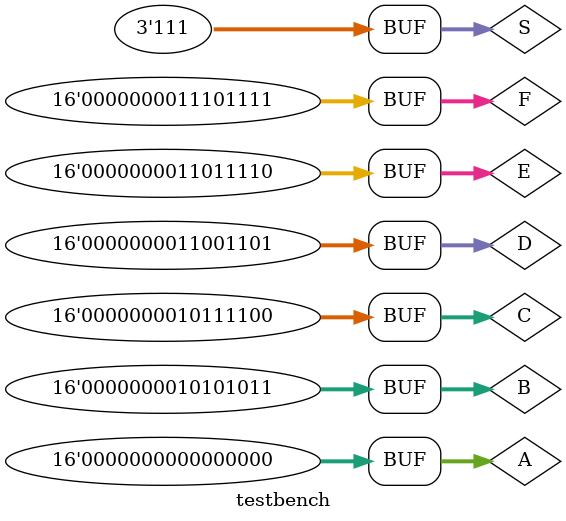
<source format=v>
`timescale 10ps/10ps
module testbench();
	reg [15:0]A,B,C,D,E,F;
	reg [2:0]S;
	wire [15:0] out;
	mux6to1_16B test(.S(S),.A(A[15:0]),.B(B[15:0]),.C(C[15:0]),.D(D[15:0]),.E(E[15:0]),.F(F[15:0]),.O(out[15:0]));
	initial begin 
		A=16'h00; B=16'hAB;C=16'hBC;D=16'hCD;E=16'hDE;F=16'hEF; S=3'b000;
		#100 A=16'h00; B=16'hAB;C=16'hBC;D=16'hCD; E=16'hDE;F=16'hEF;S=3'b001;
		#100 A=16'h00; B=16'hAB;C=16'hBC;D=16'hCD;E=16'hDE;F=16'hEF; S=3'b010;
		#100 A=16'h00; B=16'hAB;C=16'hBC;D=16'hCD; E=16'hDE;F=16'hEF;S=3'b011;
		#100 A=16'h00; B=16'hAB;C=16'hBC;D=16'hCD; E=16'hDE;F=16'hEF;S=3'b100;
		#100 A=16'h00; B=16'hAB;C=16'hBC;D=16'hCD; E=16'hDE;F=16'hEF;S=3'b101;
		#100 A=16'h00; B=16'hAB;C=16'hBC;D=16'hCD;E=16'hDE;F=16'hEF; S=3'b110;
		#100 A=16'h00; B=16'hAB;C=16'hBC;D=16'hCD;E=16'hDE;F=16'hEF; S=3'b111;
	end
endmodule

</source>
